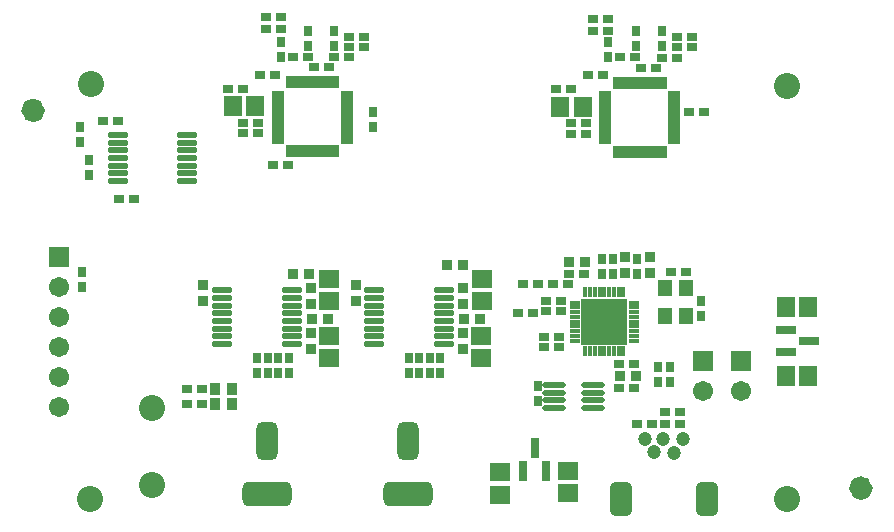
<source format=gts>
%FSLAX25Y25*%
%MOIN*%
G70*
G01*
G75*
G04 Layer_Color=8388736*
%ADD10C,0.01969*%
%ADD11R,0.03000X0.03000*%
%ADD12R,0.02500X0.02000*%
%ADD13R,0.03000X0.03200*%
%ADD14O,0.05906X0.01378*%
%ADD15R,0.03000X0.03000*%
%ADD16R,0.05118X0.05906*%
%ADD17R,0.02000X0.02500*%
%ADD18R,0.01102X0.03543*%
%ADD19R,0.03543X0.01102*%
%ADD20R,0.01102X0.03543*%
%ADD21R,0.05906X0.05118*%
%ADD22R,0.02362X0.05709*%
%ADD23O,0.07087X0.01378*%
%ADD24O,0.02756X0.00787*%
%ADD25O,0.00787X0.02756*%
%ADD26R,0.14961X0.14961*%
%ADD27R,0.05709X0.02362*%
%ADD28R,0.04331X0.04724*%
%ADD29C,0.00800*%
%ADD30C,0.05000*%
%ADD31C,0.01500*%
%ADD32C,0.01000*%
%ADD33C,0.02000*%
%ADD34C,0.07500*%
%ADD35C,0.01200*%
%ADD36C,0.02500*%
%ADD37C,0.04000*%
%ADD38C,0.00600*%
%ADD39R,0.10000X0.10000*%
%ADD40R,0.09000X0.14000*%
%ADD41R,0.10500X0.11500*%
%ADD42R,0.85500X0.12500*%
%ADD43R,0.22500X0.12500*%
%ADD44R,0.02000X0.06500*%
%ADD45R,0.07000X0.18000*%
%ADD46R,0.08500X0.07000*%
%ADD47R,0.05906X0.05906*%
%ADD48C,0.05906*%
%ADD49C,0.07874*%
G04:AMPARAMS|DCode=50|XSize=157.48mil|YSize=74.8mil|CornerRadius=18.7mil|HoleSize=0mil|Usage=FLASHONLY|Rotation=0.000|XOffset=0mil|YOffset=0mil|HoleType=Round|Shape=RoundedRectangle|*
%AMROUNDEDRECTD50*
21,1,0.15748,0.03740,0,0,0.0*
21,1,0.12008,0.07480,0,0,0.0*
1,1,0.03740,0.06004,-0.01870*
1,1,0.03740,-0.06004,-0.01870*
1,1,0.03740,-0.06004,0.01870*
1,1,0.03740,0.06004,0.01870*
%
%ADD50ROUNDEDRECTD50*%
G04:AMPARAMS|DCode=51|XSize=118.11mil|YSize=62.99mil|CornerRadius=15.75mil|HoleSize=0mil|Usage=FLASHONLY|Rotation=270.000|XOffset=0mil|YOffset=0mil|HoleType=Round|Shape=RoundedRectangle|*
%AMROUNDEDRECTD51*
21,1,0.11811,0.03150,0,0,270.0*
21,1,0.08661,0.06299,0,0,270.0*
1,1,0.03150,-0.01575,-0.04331*
1,1,0.03150,-0.01575,0.04331*
1,1,0.03150,0.01575,0.04331*
1,1,0.03150,0.01575,-0.04331*
%
%ADD51ROUNDEDRECTD51*%
G04:AMPARAMS|DCode=52|XSize=106.3mil|YSize=66.93mil|CornerRadius=16.73mil|HoleSize=0mil|Usage=FLASHONLY|Rotation=90.000|XOffset=0mil|YOffset=0mil|HoleType=Round|Shape=RoundedRectangle|*
%AMROUNDEDRECTD52*
21,1,0.10630,0.03347,0,0,90.0*
21,1,0.07284,0.06693,0,0,90.0*
1,1,0.03346,0.01673,0.03642*
1,1,0.03346,0.01673,-0.03642*
1,1,0.03346,-0.01673,-0.03642*
1,1,0.03346,-0.01673,0.03642*
%
%ADD52ROUNDEDRECTD52*%
%ADD53C,0.03937*%
%ADD54C,0.03200*%
%ADD55C,0.02598*%
%ADD56C,0.03000*%
%ADD57R,0.07500X0.07000*%
%ADD58R,0.09500X0.07500*%
%ADD59R,0.10900X0.12400*%
%ADD60C,0.02362*%
%ADD61C,0.00984*%
%ADD62C,0.00787*%
%ADD63C,0.00500*%
%ADD64C,0.00425*%
%ADD65C,0.03937*%
%ADD66R,0.03800X0.03800*%
%ADD67R,0.03300X0.02800*%
%ADD68R,0.03800X0.04000*%
%ADD69O,0.06706X0.02178*%
%ADD70R,0.03800X0.03800*%
%ADD71R,0.05918X0.06706*%
%ADD72R,0.02800X0.03300*%
%ADD73R,0.01902X0.04343*%
%ADD74R,0.04343X0.01902*%
%ADD75R,0.01902X0.04343*%
%ADD76R,0.06706X0.05918*%
%ADD77R,0.03162X0.06509*%
%ADD78O,0.07887X0.02178*%
%ADD79O,0.03556X0.01587*%
%ADD80O,0.01587X0.03556*%
%ADD81R,0.15761X0.15761*%
%ADD82R,0.06509X0.03162*%
%ADD83R,0.05131X0.05524*%
%ADD84R,0.06706X0.06706*%
%ADD85C,0.06706*%
%ADD86C,0.08674*%
G04:AMPARAMS|DCode=87|XSize=165.48mil|YSize=82.8mil|CornerRadius=22.7mil|HoleSize=0mil|Usage=FLASHONLY|Rotation=0.000|XOffset=0mil|YOffset=0mil|HoleType=Round|Shape=RoundedRectangle|*
%AMROUNDEDRECTD87*
21,1,0.16548,0.03740,0,0,0.0*
21,1,0.12008,0.08280,0,0,0.0*
1,1,0.04540,0.06004,-0.01870*
1,1,0.04540,-0.06004,-0.01870*
1,1,0.04540,-0.06004,0.01870*
1,1,0.04540,0.06004,0.01870*
%
%ADD87ROUNDEDRECTD87*%
G04:AMPARAMS|DCode=88|XSize=126.11mil|YSize=70.99mil|CornerRadius=19.75mil|HoleSize=0mil|Usage=FLASHONLY|Rotation=270.000|XOffset=0mil|YOffset=0mil|HoleType=Round|Shape=RoundedRectangle|*
%AMROUNDEDRECTD88*
21,1,0.12611,0.03150,0,0,270.0*
21,1,0.08661,0.07099,0,0,270.0*
1,1,0.03950,-0.01575,-0.04331*
1,1,0.03950,-0.01575,0.04331*
1,1,0.03950,0.01575,0.04331*
1,1,0.03950,0.01575,-0.04331*
%
%ADD88ROUNDEDRECTD88*%
G04:AMPARAMS|DCode=89|XSize=114.3mil|YSize=74.93mil|CornerRadius=20.73mil|HoleSize=0mil|Usage=FLASHONLY|Rotation=90.000|XOffset=0mil|YOffset=0mil|HoleType=Round|Shape=RoundedRectangle|*
%AMROUNDEDRECTD89*
21,1,0.11430,0.03347,0,0,90.0*
21,1,0.07284,0.07493,0,0,90.0*
1,1,0.04146,0.01673,0.03642*
1,1,0.04146,0.01673,-0.03642*
1,1,0.04146,-0.01673,-0.03642*
1,1,0.04146,-0.01673,0.03642*
%
%ADD89ROUNDEDRECTD89*%
%ADD90C,0.04737*%
D65*
X270669Y11500D02*
G03*
X270669Y11500I-1969J0D01*
G01*
X-5231Y137400D02*
G03*
X-5231Y137400I-1969J0D01*
G01*
D66*
X193924Y49000D02*
D03*
X188524D02*
D03*
X176700Y87000D02*
D03*
X171300D02*
D03*
X136300Y68000D02*
D03*
X141700D02*
D03*
X136200Y86000D02*
D03*
X130800D02*
D03*
X85800Y68000D02*
D03*
X91200D02*
D03*
X79300Y83000D02*
D03*
X84700D02*
D03*
D67*
X188224Y53000D02*
D03*
X193224D02*
D03*
X49000Y39500D02*
D03*
X44000D02*
D03*
X49000Y44500D02*
D03*
X44000D02*
D03*
X177600Y149100D02*
D03*
X182600D02*
D03*
X177000Y133100D02*
D03*
X172000D02*
D03*
X172000Y129600D02*
D03*
X177000D02*
D03*
X179500Y168000D02*
D03*
X184500D02*
D03*
X67807Y133257D02*
D03*
X62807D02*
D03*
X103207Y161957D02*
D03*
X98207D02*
D03*
X212400Y161800D02*
D03*
X207400D02*
D03*
X103207Y158557D02*
D03*
X98207D02*
D03*
X212400Y158400D02*
D03*
X207400D02*
D03*
X70500Y164500D02*
D03*
X75500D02*
D03*
X179500Y164000D02*
D03*
X184500D02*
D03*
X67807Y129757D02*
D03*
X62807D02*
D03*
X86307Y151757D02*
D03*
X91307D02*
D03*
X93207Y155157D02*
D03*
X98207D02*
D03*
X84307Y155257D02*
D03*
X79307D02*
D03*
X68407Y149257D02*
D03*
X73407D02*
D03*
X57807Y144657D02*
D03*
X62807Y144657D02*
D03*
X70500Y168500D02*
D03*
X75500D02*
D03*
X195500Y151600D02*
D03*
X200500D02*
D03*
X154500Y70000D02*
D03*
X159500D02*
D03*
X168900Y73900D02*
D03*
X163900D02*
D03*
X168900Y70400D02*
D03*
X163900D02*
D03*
X176500Y83000D02*
D03*
X171500D02*
D03*
X210500Y83500D02*
D03*
X205500Y83500D02*
D03*
X208500Y37000D02*
D03*
X203500D02*
D03*
X208500Y33000D02*
D03*
X203500D02*
D03*
X77807Y119157D02*
D03*
X72807D02*
D03*
X193224Y45000D02*
D03*
X188224D02*
D03*
X194000Y33000D02*
D03*
X199000D02*
D03*
X193500Y155100D02*
D03*
X188500D02*
D03*
X202400Y155000D02*
D03*
X207400D02*
D03*
X21000Y134000D02*
D03*
X16000D02*
D03*
X21500Y108000D02*
D03*
X26500D02*
D03*
X156224Y79500D02*
D03*
X161224D02*
D03*
X171224D02*
D03*
X166224D02*
D03*
X163224Y62000D02*
D03*
X168224D02*
D03*
Y58500D02*
D03*
X163224D02*
D03*
X167000Y144500D02*
D03*
X172000Y144500D02*
D03*
X216500Y137000D02*
D03*
X211500D02*
D03*
D68*
X59000Y44500D02*
D03*
X53500D02*
D03*
X59000Y39500D02*
D03*
X53500Y39500D02*
D03*
D69*
X44000Y113882D02*
D03*
Y116441D02*
D03*
Y119000D02*
D03*
Y121559D02*
D03*
Y124118D02*
D03*
Y126677D02*
D03*
Y129236D02*
D03*
X21165Y113882D02*
D03*
Y116441D02*
D03*
Y119000D02*
D03*
Y121559D02*
D03*
Y124118D02*
D03*
Y126677D02*
D03*
Y129236D02*
D03*
X129713Y59543D02*
D03*
Y62102D02*
D03*
Y64661D02*
D03*
Y67220D02*
D03*
Y69779D02*
D03*
Y72339D02*
D03*
Y74898D02*
D03*
Y77457D02*
D03*
X106287Y59543D02*
D03*
Y62102D02*
D03*
Y64661D02*
D03*
Y67220D02*
D03*
Y69779D02*
D03*
Y72339D02*
D03*
Y74898D02*
D03*
Y77457D02*
D03*
X79213Y59543D02*
D03*
Y62102D02*
D03*
Y64661D02*
D03*
Y67220D02*
D03*
Y69779D02*
D03*
Y72339D02*
D03*
Y74898D02*
D03*
Y77457D02*
D03*
X55787Y59543D02*
D03*
Y62102D02*
D03*
Y64661D02*
D03*
Y67220D02*
D03*
Y69779D02*
D03*
Y72339D02*
D03*
Y74898D02*
D03*
Y77457D02*
D03*
D70*
X85500Y57800D02*
D03*
Y63200D02*
D03*
X190000Y88700D02*
D03*
Y83300D02*
D03*
X198500Y88700D02*
D03*
Y83300D02*
D03*
X136000Y57800D02*
D03*
Y63200D02*
D03*
X100500Y73800D02*
D03*
Y79200D02*
D03*
X136000Y78200D02*
D03*
Y72800D02*
D03*
X85500Y78200D02*
D03*
Y72800D02*
D03*
X49500Y73800D02*
D03*
Y79200D02*
D03*
D71*
X66807Y138757D02*
D03*
X59327D02*
D03*
X176000Y138600D02*
D03*
X168520D02*
D03*
X251240Y49000D02*
D03*
X243760D02*
D03*
X251240Y72000D02*
D03*
X243760D02*
D03*
D72*
X93207Y163957D02*
D03*
Y158957D02*
D03*
X202400Y163800D02*
D03*
Y158800D02*
D03*
X84407Y158957D02*
D03*
Y163957D02*
D03*
X193600Y158800D02*
D03*
Y163800D02*
D03*
X75307Y160257D02*
D03*
Y155257D02*
D03*
X184500Y160100D02*
D03*
Y155100D02*
D03*
X106000Y132000D02*
D03*
Y137000D02*
D03*
X11500Y116000D02*
D03*
Y121000D02*
D03*
X121500Y50000D02*
D03*
Y55000D02*
D03*
X125000D02*
D03*
Y50000D02*
D03*
X128500D02*
D03*
Y55000D02*
D03*
X161000Y40500D02*
D03*
Y45500D02*
D03*
X182500Y88000D02*
D03*
Y83000D02*
D03*
X186000D02*
D03*
Y88000D02*
D03*
X194000Y83000D02*
D03*
Y88000D02*
D03*
X205000Y47000D02*
D03*
Y52000D02*
D03*
X201000Y47000D02*
D03*
Y52000D02*
D03*
X9100Y78500D02*
D03*
Y83500D02*
D03*
X8500Y132000D02*
D03*
Y127000D02*
D03*
X118000Y55000D02*
D03*
Y50000D02*
D03*
X215500Y74000D02*
D03*
Y69000D02*
D03*
X78000Y50000D02*
D03*
Y55000D02*
D03*
X74500D02*
D03*
Y50000D02*
D03*
X71000D02*
D03*
Y55000D02*
D03*
X67500Y50000D02*
D03*
Y55000D02*
D03*
D73*
X201004Y146581D02*
D03*
X199036Y146581D02*
D03*
X193130D02*
D03*
X191161D02*
D03*
X189193D02*
D03*
X197067D02*
D03*
X195098D02*
D03*
X187224D02*
D03*
X195098Y123619D02*
D03*
X197067D02*
D03*
X199036D02*
D03*
X191161D02*
D03*
X193130D02*
D03*
X201004Y123619D02*
D03*
X187224Y123619D02*
D03*
X202972Y123619D02*
D03*
Y146581D02*
D03*
X91811Y146738D02*
D03*
X89843Y146738D02*
D03*
X83937D02*
D03*
X81969D02*
D03*
X80000D02*
D03*
X87874D02*
D03*
X85906D02*
D03*
X78031D02*
D03*
X85906Y123776D02*
D03*
X87874D02*
D03*
X89843D02*
D03*
X81969D02*
D03*
X83937D02*
D03*
X91811Y123776D02*
D03*
X78031Y123776D02*
D03*
X93780Y123776D02*
D03*
Y146738D02*
D03*
D74*
X206481Y127128D02*
D03*
Y129096D02*
D03*
Y135002D02*
D03*
Y136970D02*
D03*
Y138939D02*
D03*
Y131064D02*
D03*
Y133033D02*
D03*
Y140907D02*
D03*
X183519D02*
D03*
Y133033D02*
D03*
Y131064D02*
D03*
Y129096D02*
D03*
Y136970D02*
D03*
Y127128D02*
D03*
X206481Y142876D02*
D03*
X183519Y142876D02*
D03*
Y138939D02*
D03*
Y135002D02*
D03*
X97288Y127285D02*
D03*
Y129253D02*
D03*
Y135159D02*
D03*
Y137127D02*
D03*
Y139096D02*
D03*
Y131222D02*
D03*
Y133190D02*
D03*
Y141064D02*
D03*
X74326D02*
D03*
Y133190D02*
D03*
Y131222D02*
D03*
Y129253D02*
D03*
Y137127D02*
D03*
Y127285D02*
D03*
X97288Y143033D02*
D03*
X74326Y143033D02*
D03*
Y139096D02*
D03*
Y135159D02*
D03*
D75*
X189193Y123619D02*
D03*
X80000Y123776D02*
D03*
D76*
X171000Y9760D02*
D03*
X171000Y17240D02*
D03*
X142000Y62240D02*
D03*
Y54760D02*
D03*
X148500Y16740D02*
D03*
Y9260D02*
D03*
X142500Y73760D02*
D03*
Y81240D02*
D03*
X91500Y62240D02*
D03*
Y54760D02*
D03*
Y73760D02*
D03*
Y81240D02*
D03*
D77*
X156248Y17323D02*
D03*
X163752Y17323D02*
D03*
X160000Y25000D02*
D03*
D78*
X179496Y38161D02*
D03*
Y40720D02*
D03*
Y43279D02*
D03*
Y45839D02*
D03*
X166504Y38161D02*
D03*
Y40720D02*
D03*
Y43279D02*
D03*
Y45839D02*
D03*
D79*
X173382Y73299D02*
D03*
Y71724D02*
D03*
Y70150D02*
D03*
Y68575D02*
D03*
Y67000D02*
D03*
Y65425D02*
D03*
Y63850D02*
D03*
Y62276D02*
D03*
Y60701D02*
D03*
X193067D02*
D03*
Y62276D02*
D03*
Y63850D02*
D03*
Y65425D02*
D03*
Y67000D02*
D03*
Y68575D02*
D03*
Y70150D02*
D03*
Y71724D02*
D03*
Y73299D02*
D03*
D80*
X176925Y57157D02*
D03*
X178500D02*
D03*
X180075D02*
D03*
X181650D02*
D03*
X183224D02*
D03*
X184799D02*
D03*
X186374D02*
D03*
X187949D02*
D03*
X189524D02*
D03*
Y76842D02*
D03*
X187949D02*
D03*
X186374D02*
D03*
X184799D02*
D03*
X183224D02*
D03*
X181650D02*
D03*
X180075D02*
D03*
X178500D02*
D03*
X176925D02*
D03*
D81*
X183224Y67000D02*
D03*
D82*
X251339Y60500D02*
D03*
X243661Y56748D02*
D03*
X243661Y64252D02*
D03*
D83*
X203494Y68799D02*
D03*
X210494D02*
D03*
X203494Y78201D02*
D03*
X210506D02*
D03*
D84*
X216000Y54000D02*
D03*
X228600D02*
D03*
X1400Y88500D02*
D03*
D85*
X216000Y44000D02*
D03*
X228600D02*
D03*
X1400Y78500D02*
D03*
Y68500D02*
D03*
Y58500D02*
D03*
Y48500D02*
D03*
Y38500D02*
D03*
D86*
X32500Y38091D02*
D03*
Y12500D02*
D03*
X12100Y146200D02*
D03*
X244000Y145600D02*
D03*
X244100Y7900D02*
D03*
X11800D02*
D03*
D87*
X117900Y9584D02*
D03*
X70900D02*
D03*
D88*
X117900Y27300D02*
D03*
X70900D02*
D03*
D89*
X217500Y8000D02*
D03*
X188760D02*
D03*
D90*
X209429Y27882D02*
D03*
X202929D02*
D03*
X196831Y27882D02*
D03*
X206279Y23157D02*
D03*
X199929Y23382D02*
D03*
M02*

</source>
